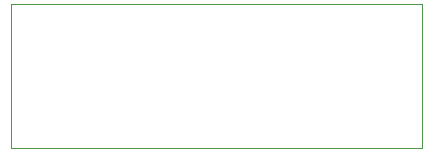
<source format=gbr>
%TF.GenerationSoftware,KiCad,Pcbnew,9.0.5*%
%TF.CreationDate,2025-10-20T11:02:32-07:00*%
%TF.ProjectId,infnoise_goldfingers,696e666e-6f69-4736-955f-676f6c646669,rev?*%
%TF.SameCoordinates,Original*%
%TF.FileFunction,Profile,NP*%
%FSLAX46Y46*%
G04 Gerber Fmt 4.6, Leading zero omitted, Abs format (unit mm)*
G04 Created by KiCad (PCBNEW 9.0.5) date 2025-10-20 11:02:32*
%MOMM*%
%LPD*%
G01*
G04 APERTURE LIST*
%TA.AperFunction,Profile*%
%ADD10C,0.050000*%
%TD*%
G04 APERTURE END LIST*
D10*
X0Y-12192000D02*
X0Y0D01*
X34848800Y0D02*
X34848800Y-12192000D01*
X0Y0D02*
X34848800Y0D01*
X34848800Y-12192000D02*
X0Y-12192000D01*
M02*

</source>
